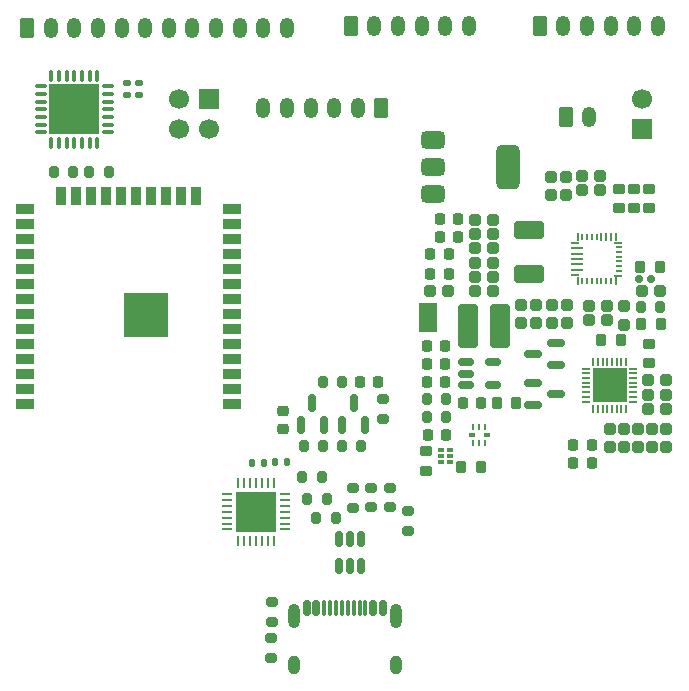
<source format=gbr>
%TF.GenerationSoftware,KiCad,Pcbnew,9.0.2-9.0.2-0~ubuntu24.04.1*%
%TF.CreationDate,2025-07-19T23:36:09+02:00*%
%TF.ProjectId,Pilot6Axis_v2,50696c6f-7436-4417-9869-735f76322e6b,rev?*%
%TF.SameCoordinates,Original*%
%TF.FileFunction,Soldermask,Top*%
%TF.FilePolarity,Negative*%
%FSLAX46Y46*%
G04 Gerber Fmt 4.6, Leading zero omitted, Abs format (unit mm)*
G04 Created by KiCad (PCBNEW 9.0.2-9.0.2-0~ubuntu24.04.1) date 2025-07-19 23:36:09*
%MOMM*%
%LPD*%
G01*
G04 APERTURE LIST*
G04 Aperture macros list*
%AMRoundRect*
0 Rectangle with rounded corners*
0 $1 Rounding radius*
0 $2 $3 $4 $5 $6 $7 $8 $9 X,Y pos of 4 corners*
0 Add a 4 corners polygon primitive as box body*
4,1,4,$2,$3,$4,$5,$6,$7,$8,$9,$2,$3,0*
0 Add four circle primitives for the rounded corners*
1,1,$1+$1,$2,$3*
1,1,$1+$1,$4,$5*
1,1,$1+$1,$6,$7*
1,1,$1+$1,$8,$9*
0 Add four rect primitives between the rounded corners*
20,1,$1+$1,$2,$3,$4,$5,0*
20,1,$1+$1,$4,$5,$6,$7,0*
20,1,$1+$1,$6,$7,$8,$9,0*
20,1,$1+$1,$8,$9,$2,$3,0*%
%AMFreePoly0*
4,1,6,1.000000,0.000000,0.500000,-0.750000,-0.500000,-0.750000,-0.500000,0.750000,0.500000,0.750000,1.000000,0.000000,1.000000,0.000000,$1*%
%AMFreePoly1*
4,1,6,0.500000,-0.750000,-0.650000,-0.750000,-0.150000,0.000000,-0.650000,0.750000,0.500000,0.750000,0.500000,-0.750000,0.500000,-0.750000,$1*%
G04 Aperture macros list end*
%ADD10R,0.750000X0.200000*%
%ADD11R,0.200000X0.750000*%
%ADD12R,2.850000X2.850000*%
%ADD13RoundRect,0.200000X0.200000X0.275000X-0.200000X0.275000X-0.200000X-0.275000X0.200000X-0.275000X0*%
%ADD14RoundRect,0.200000X-0.200000X-0.275000X0.200000X-0.275000X0.200000X0.275000X-0.200000X0.275000X0*%
%ADD15RoundRect,0.244000X-0.269000X0.244000X-0.269000X-0.244000X0.269000X-0.244000X0.269000X0.244000X0*%
%ADD16RoundRect,0.135000X-0.135000X-0.185000X0.135000X-0.185000X0.135000X0.185000X-0.135000X0.185000X0*%
%ADD17RoundRect,0.225000X-0.225000X-0.250000X0.225000X-0.250000X0.225000X0.250000X-0.225000X0.250000X0*%
%ADD18RoundRect,0.200000X0.275000X-0.200000X0.275000X0.200000X-0.275000X0.200000X-0.275000X-0.200000X0*%
%ADD19RoundRect,0.250000X-0.350000X-0.625000X0.350000X-0.625000X0.350000X0.625000X-0.350000X0.625000X0*%
%ADD20O,1.200000X1.750000*%
%ADD21RoundRect,0.244000X-0.244000X-0.269000X0.244000X-0.269000X0.244000X0.269000X-0.244000X0.269000X0*%
%ADD22RoundRect,0.150000X-0.150000X-0.500000X0.150000X-0.500000X0.150000X0.500000X-0.150000X0.500000X0*%
%ADD23RoundRect,0.075000X-0.075000X-0.575000X0.075000X-0.575000X0.075000X0.575000X-0.075000X0.575000X0*%
%ADD24O,1.000000X2.100000*%
%ADD25O,1.000000X1.600000*%
%ADD26RoundRect,0.219000X0.294000X-0.219000X0.294000X0.219000X-0.294000X0.219000X-0.294000X-0.219000X0*%
%ADD27RoundRect,0.150000X0.150000X-0.590000X0.150000X0.590000X-0.150000X0.590000X-0.150000X-0.590000X0*%
%ADD28RoundRect,0.200000X-0.275000X0.200000X-0.275000X-0.200000X0.275000X-0.200000X0.275000X0.200000X0*%
%ADD29RoundRect,0.135000X0.185000X-0.135000X0.185000X0.135000X-0.185000X0.135000X-0.185000X-0.135000X0*%
%ADD30RoundRect,0.225000X0.225000X0.250000X-0.225000X0.250000X-0.225000X-0.250000X0.225000X-0.250000X0*%
%ADD31RoundRect,0.244000X0.244000X0.269000X-0.244000X0.269000X-0.244000X-0.269000X0.244000X-0.269000X0*%
%ADD32RoundRect,0.219000X-0.294000X0.219000X-0.294000X-0.219000X0.294000X-0.219000X0.294000X0.219000X0*%
%ADD33RoundRect,0.218750X-0.218750X-0.256250X0.218750X-0.256250X0.218750X0.256250X-0.218750X0.256250X0*%
%ADD34RoundRect,0.239000X-0.274000X0.239000X-0.274000X-0.239000X0.274000X-0.239000X0.274000X0.239000X0*%
%ADD35RoundRect,0.150000X-0.512500X-0.150000X0.512500X-0.150000X0.512500X0.150000X-0.512500X0.150000X0*%
%ADD36RoundRect,0.225000X-0.250000X0.225000X-0.250000X-0.225000X0.250000X-0.225000X0.250000X0.225000X0*%
%ADD37RoundRect,0.219000X-0.219000X-0.294000X0.219000X-0.294000X0.219000X0.294000X-0.219000X0.294000X0*%
%ADD38RoundRect,0.219000X0.219000X0.294000X-0.219000X0.294000X-0.219000X-0.294000X0.219000X-0.294000X0*%
%ADD39FreePoly0,270.000000*%
%ADD40FreePoly1,270.000000*%
%ADD41RoundRect,0.159000X-0.159000X-0.189000X0.159000X-0.189000X0.159000X0.189000X-0.159000X0.189000X0*%
%ADD42RoundRect,0.250000X0.350000X0.625000X-0.350000X0.625000X-0.350000X-0.625000X0.350000X-0.625000X0*%
%ADD43RoundRect,0.075000X0.075000X-0.437500X0.075000X0.437500X-0.075000X0.437500X-0.075000X-0.437500X0*%
%ADD44RoundRect,0.075000X0.437500X-0.075000X0.437500X0.075000X-0.437500X0.075000X-0.437500X-0.075000X0*%
%ADD45R,4.250000X4.250000*%
%ADD46R,1.700000X1.700000*%
%ADD47C,1.700000*%
%ADD48R,0.490000X0.300000*%
%ADD49R,0.250000X0.550000*%
%ADD50R,0.200000X0.550000*%
%ADD51R,0.600000X0.300000*%
%ADD52R,0.200000X0.600000*%
%ADD53R,0.200000X0.700000*%
%ADD54R,0.600000X0.200000*%
%ADD55R,0.200000X0.650000*%
%ADD56R,0.200000X0.680000*%
%ADD57R,1.000000X0.200000*%
%ADD58R,0.700000X0.200000*%
%ADD59RoundRect,0.150000X0.150000X-0.512500X0.150000X0.512500X-0.150000X0.512500X-0.150000X-0.512500X0*%
%ADD60RoundRect,0.150000X0.590000X0.150000X-0.590000X0.150000X-0.590000X-0.150000X0.590000X-0.150000X0*%
%ADD61RoundRect,0.062500X0.337500X0.062500X-0.337500X0.062500X-0.337500X-0.062500X0.337500X-0.062500X0*%
%ADD62RoundRect,0.062500X0.062500X0.337500X-0.062500X0.337500X-0.062500X-0.337500X0.062500X-0.337500X0*%
%ADD63R,3.350000X3.350000*%
%ADD64RoundRect,0.250000X-0.600000X-1.600000X0.600000X-1.600000X0.600000X1.600000X-0.600000X1.600000X0*%
%ADD65RoundRect,0.250001X0.999999X-0.499999X0.999999X0.499999X-0.999999X0.499999X-0.999999X-0.499999X0*%
%ADD66R,1.500000X0.900000*%
%ADD67R,0.900000X1.500000*%
%ADD68C,0.600000*%
%ADD69R,3.800000X3.800000*%
%ADD70RoundRect,0.375000X-0.625000X-0.375000X0.625000X-0.375000X0.625000X0.375000X-0.625000X0.375000X0*%
%ADD71RoundRect,0.500000X-0.500000X-1.400000X0.500000X-1.400000X0.500000X1.400000X-0.500000X1.400000X0*%
%ADD72RoundRect,0.150000X-0.590000X-0.150000X0.590000X-0.150000X0.590000X0.150000X-0.590000X0.150000X0*%
%ADD73RoundRect,0.244000X0.269000X-0.244000X0.269000X0.244000X-0.269000X0.244000X-0.269000X-0.244000X0*%
G04 APERTURE END LIST*
%TO.C,JP1*%
G36*
X161088020Y-89177800D02*
G01*
X159588020Y-89177800D01*
X159588020Y-91627800D01*
X161088020Y-91627800D01*
X161088020Y-89177800D01*
G37*
%TD*%
D10*
%TO.C,IC2*%
X177738020Y-97502800D03*
X177738020Y-97102800D03*
X177738020Y-96702800D03*
X177738020Y-96302800D03*
X177738020Y-95902800D03*
X177738020Y-95502800D03*
X177738020Y-95102800D03*
X177738020Y-94702800D03*
D11*
X177138020Y-94102800D03*
X176738020Y-94102800D03*
X176338020Y-94102800D03*
X175938020Y-94102800D03*
X175538020Y-94102800D03*
X175138020Y-94102800D03*
X174738020Y-94102800D03*
X174338020Y-94102800D03*
D10*
X173738020Y-94702800D03*
X173738020Y-95102800D03*
X173738020Y-95502800D03*
X173738020Y-95902800D03*
X173738020Y-96302800D03*
X173738020Y-96702800D03*
X173738020Y-97102800D03*
X173738020Y-97502800D03*
D11*
X174338020Y-98102800D03*
X174738020Y-98102800D03*
X175138020Y-98102800D03*
X175538020Y-98102800D03*
X175938020Y-98102800D03*
X176338020Y-98102800D03*
X176738020Y-98102800D03*
X177138020Y-98102800D03*
D12*
X175738020Y-96102800D03*
%TD*%
D13*
%TO.C,R16*%
X151492221Y-101230800D03*
X149842221Y-101230800D03*
%TD*%
D14*
%TO.C,R23*%
X178388020Y-89502800D03*
X180038020Y-89502800D03*
%TD*%
D15*
%TO.C,C17*%
X178138020Y-99802800D03*
X178138020Y-101362800D03*
%TD*%
D14*
%TO.C,C9*%
X149716200Y-103880800D03*
X151366200Y-103880800D03*
%TD*%
%TO.C,R11*%
X151442221Y-95830800D03*
X153092221Y-95830800D03*
%TD*%
%TO.C,R3*%
X160238020Y-98802800D03*
X161888020Y-98802800D03*
%TD*%
D16*
%TO.C,R9*%
X145461201Y-102660800D03*
X146481199Y-102660800D03*
%TD*%
D17*
%TO.C,C6*%
X161336200Y-83530800D03*
X162886200Y-83530800D03*
%TD*%
D18*
%TO.C,C8*%
X147101200Y-119175800D03*
X147101200Y-117525800D03*
%TD*%
D19*
%TO.C,J9*%
X169811200Y-65730800D03*
D20*
X171811200Y-65730800D03*
X173811200Y-65730800D03*
X175811200Y-65730800D03*
X177811200Y-65730800D03*
X179811200Y-65730800D03*
%TD*%
D21*
%TO.C,C22*%
X178978020Y-98102800D03*
X180538020Y-98102800D03*
%TD*%
D13*
%TO.C,R7*%
X152536200Y-107310800D03*
X150886200Y-107310800D03*
%TD*%
D22*
%TO.C,J3*%
X150111200Y-114985800D03*
X150911200Y-114985800D03*
D23*
X152061200Y-114985801D03*
X153061200Y-114985800D03*
X153561200Y-114985800D03*
X154561200Y-114985801D03*
D22*
X155711200Y-114985800D03*
X156511200Y-114985800D03*
X156511200Y-114985800D03*
X155711200Y-114985800D03*
D23*
X155061200Y-114985800D03*
X154061200Y-114985800D03*
X152561200Y-114985800D03*
X151561200Y-114985800D03*
D22*
X150911200Y-114985800D03*
X150111200Y-114985800D03*
D24*
X148991200Y-115625800D03*
D25*
X148991200Y-119805800D03*
D24*
X157631200Y-115625800D03*
D25*
X157631200Y-119805800D03*
%TD*%
D26*
%TO.C,R26*%
X177838020Y-81142800D03*
X177838020Y-79502800D03*
%TD*%
D27*
%TO.C,Q1*%
X153117221Y-99510799D03*
X155017221Y-99510799D03*
X154067221Y-97630800D03*
%TD*%
D15*
%TO.C,C18*%
X179338020Y-99822800D03*
X179338020Y-101382800D03*
%TD*%
%TO.C,C16*%
X176938020Y-99822800D03*
X176938020Y-101382800D03*
%TD*%
D13*
%TO.C,R12*%
X154692221Y-101230800D03*
X153042221Y-101230800D03*
%TD*%
D14*
%TO.C,C44*%
X131691200Y-78050800D03*
X133341200Y-78050800D03*
%TD*%
D28*
%TO.C,R15*%
X156567221Y-97305800D03*
X156567221Y-98955800D03*
%TD*%
D29*
%TO.C,R17*%
X135901200Y-71540800D03*
X135901200Y-70520800D03*
%TD*%
D17*
%TO.C,C5*%
X160561200Y-86730800D03*
X162111200Y-86730800D03*
%TD*%
%TO.C,C1*%
X160263020Y-92802800D03*
X161813020Y-92802800D03*
%TD*%
D30*
%TO.C,C14*%
X156136200Y-95830800D03*
X154586200Y-95830800D03*
%TD*%
D31*
%TO.C,C34*%
X165871200Y-83330800D03*
X164311200Y-83330800D03*
%TD*%
D32*
%TO.C,R1*%
X160211200Y-101710800D03*
X160211200Y-103350800D03*
%TD*%
D33*
%TO.C,D1*%
X160250519Y-94302800D03*
X161825521Y-94302800D03*
%TD*%
D34*
%TO.C,D2*%
X176938020Y-89412800D03*
X176938020Y-90992800D03*
%TD*%
D14*
%TO.C,R2*%
X160238020Y-97302800D03*
X161888020Y-97302800D03*
%TD*%
D31*
%TO.C,C42*%
X174918020Y-79602800D03*
X173358020Y-79602800D03*
%TD*%
D35*
%TO.C,IC1*%
X163573700Y-94180801D03*
X163573700Y-95130800D03*
X163573700Y-96080799D03*
X165848700Y-96080799D03*
X165848700Y-94180801D03*
%TD*%
D36*
%TO.C,C13*%
X148067221Y-98255800D03*
X148067221Y-99805800D03*
%TD*%
D17*
%TO.C,C3*%
X160561200Y-85030800D03*
X162111200Y-85030800D03*
%TD*%
D21*
%TO.C,C25*%
X173958020Y-90602800D03*
X175518020Y-90602800D03*
%TD*%
D37*
%TO.C,R25*%
X178418020Y-90902800D03*
X180058020Y-90902800D03*
%TD*%
D21*
%TO.C,C21*%
X178978020Y-95702800D03*
X180538020Y-95702800D03*
%TD*%
D38*
%TO.C,R29*%
X167831200Y-97630800D03*
X166191200Y-97630800D03*
%TD*%
D31*
%TO.C,C40*%
X174918020Y-78402800D03*
X173358020Y-78402800D03*
%TD*%
D26*
%TO.C,R24*%
X179038020Y-81142800D03*
X179038020Y-79502800D03*
%TD*%
D39*
%TO.C,JP1*%
X160338020Y-89677800D03*
D40*
X160338020Y-91127800D03*
%TD*%
D37*
%TO.C,R20*%
X175018020Y-92302800D03*
X176658020Y-92302800D03*
%TD*%
D15*
%TO.C,C41*%
X168238020Y-89322800D03*
X168238020Y-90882800D03*
%TD*%
D31*
%TO.C,C31*%
X165871200Y-88130800D03*
X164311200Y-88130800D03*
%TD*%
%TO.C,C29*%
X165871200Y-84530800D03*
X164311200Y-84530800D03*
%TD*%
D41*
%TO.C,R21*%
X178263020Y-87102800D03*
X179263020Y-87102800D03*
%TD*%
D26*
%TO.C,R19*%
X179038020Y-94222800D03*
X179038020Y-92582800D03*
%TD*%
D21*
%TO.C,C39*%
X178483020Y-88102800D03*
X180043020Y-88102800D03*
%TD*%
D27*
%TO.C,Q2*%
X149617221Y-99470800D03*
X151517221Y-99470800D03*
X150567221Y-97590801D03*
%TD*%
D16*
%TO.C,R8*%
X147401201Y-102650800D03*
X148421199Y-102650800D03*
%TD*%
D17*
%TO.C,C7*%
X161361200Y-82030800D03*
X162911200Y-82030800D03*
%TD*%
D19*
%TO.C,J8*%
X126411200Y-65830800D03*
D20*
X128411200Y-65830800D03*
X130411200Y-65830800D03*
X132411200Y-65830800D03*
X134411200Y-65830800D03*
X136411200Y-65830800D03*
X138411200Y-65830800D03*
X140411200Y-65830800D03*
X142411200Y-65830800D03*
X144411200Y-65830800D03*
X146411200Y-65830800D03*
X148411200Y-65830800D03*
%TD*%
D31*
%TO.C,C30*%
X165871200Y-82130800D03*
X164311200Y-82130800D03*
%TD*%
D21*
%TO.C,C26*%
X173958020Y-89402800D03*
X175518020Y-89402800D03*
%TD*%
D42*
%TO.C,J4*%
X156411200Y-72680800D03*
D20*
X154411200Y-72680800D03*
X152411200Y-72680800D03*
X150411200Y-72680800D03*
X148411200Y-72680800D03*
X146411200Y-72680800D03*
%TD*%
D29*
%TO.C,R18*%
X134911200Y-71540800D03*
X134911200Y-70520800D03*
%TD*%
D37*
%TO.C,R22*%
X178343020Y-86102800D03*
X179983020Y-86102800D03*
%TD*%
D43*
%TO.C,U14*%
X128461200Y-75588300D03*
X129111200Y-75588300D03*
X129761200Y-75588300D03*
X130411200Y-75588300D03*
X131061200Y-75588300D03*
X131711200Y-75588300D03*
X132361200Y-75588300D03*
D44*
X133248700Y-74700800D03*
X133248700Y-74050800D03*
X133248700Y-73400800D03*
X133248700Y-72750800D03*
X133248700Y-72100800D03*
X133248700Y-71450800D03*
X133248700Y-70800800D03*
D43*
X132361200Y-69913300D03*
X131711200Y-69913300D03*
X131061200Y-69913300D03*
X130411200Y-69913300D03*
X129761200Y-69913300D03*
X129111200Y-69913300D03*
X128461200Y-69913300D03*
D44*
X127573700Y-70800800D03*
X127573700Y-71450800D03*
X127573700Y-72100800D03*
X127573700Y-72750800D03*
X127573700Y-73400800D03*
X127573700Y-74050800D03*
X127573700Y-74700800D03*
D45*
X130411200Y-72750800D03*
%TD*%
D13*
%TO.C,R6*%
X151796200Y-105760800D03*
X150146200Y-105760800D03*
%TD*%
D15*
%TO.C,C43*%
X172138020Y-89322800D03*
X172138020Y-90882800D03*
%TD*%
D17*
%TO.C,C46*%
X160336200Y-100330800D03*
X161886200Y-100330800D03*
%TD*%
D46*
%TO.C,TH1*%
X178511200Y-74405800D03*
D47*
X178511200Y-71865800D03*
%TD*%
D48*
%TO.C,IC4*%
X162196200Y-102630800D03*
X162196200Y-102130800D03*
X162196200Y-101630800D03*
X161426200Y-101630800D03*
X161426200Y-102130800D03*
X161426200Y-102630800D03*
%TD*%
D49*
%TO.C,IC5*%
X165211200Y-99680800D03*
D50*
X164711200Y-99680800D03*
D49*
X164211200Y-99680800D03*
D51*
X164061200Y-100355800D03*
D49*
X164211200Y-101030800D03*
D50*
X164711200Y-101030800D03*
D49*
X165211200Y-101030800D03*
D51*
X165361200Y-100355800D03*
%TD*%
D11*
%TO.C,IC3*%
X173038020Y-87252800D03*
D52*
X173438020Y-87327800D03*
X173838020Y-87327800D03*
X174238020Y-87327800D03*
X174638020Y-87327800D03*
X175038020Y-87327800D03*
X175438020Y-87327800D03*
X175838020Y-87327800D03*
D53*
X176238020Y-87277800D03*
D54*
X176538020Y-86427800D03*
X176538020Y-86027800D03*
X176538020Y-85627800D03*
X176538020Y-85227800D03*
X176538020Y-84827800D03*
X176538020Y-84427800D03*
D53*
X176238020Y-83574800D03*
X175838020Y-83577800D03*
D55*
X175438020Y-83552800D03*
D56*
X175038020Y-83567800D03*
D52*
X174638020Y-83527800D03*
X174238020Y-83527800D03*
X173838020Y-83527800D03*
X173438020Y-83527800D03*
D11*
X173038020Y-83602800D03*
D57*
X172938020Y-84527800D03*
X172938020Y-84977800D03*
X172938020Y-85427800D03*
X172938020Y-85877800D03*
X172938020Y-86327800D03*
D58*
X172788020Y-86777800D03*
X176488020Y-86827800D03*
X176488020Y-84027800D03*
X172788020Y-84077800D03*
%TD*%
D59*
%TO.C,U2*%
X152811202Y-111408300D03*
X153761201Y-111408300D03*
X154711200Y-111408300D03*
X154711200Y-109133300D03*
X153761201Y-109133300D03*
X152811202Y-109133300D03*
%TD*%
D31*
%TO.C,C33*%
X165871200Y-85730800D03*
X164311200Y-85730800D03*
%TD*%
D60*
%TO.C,Q4*%
X171168020Y-94422800D03*
X171168020Y-92522800D03*
X169288020Y-93472800D03*
%TD*%
D61*
%TO.C,U3*%
X148231200Y-108320800D03*
X148231200Y-107820800D03*
X148231200Y-107320800D03*
X148231201Y-106820800D03*
X148231200Y-106320800D03*
X148231200Y-105820800D03*
X148231200Y-105320800D03*
D62*
X147281200Y-104370800D03*
X146781200Y-104370800D03*
X146281200Y-104370800D03*
X145781200Y-104370799D03*
X145281200Y-104370800D03*
X144781200Y-104370800D03*
X144281200Y-104370800D03*
D61*
X143331200Y-105320800D03*
X143331200Y-105820800D03*
X143331200Y-106320800D03*
X143331199Y-106820800D03*
X143331200Y-107320800D03*
X143331200Y-107820800D03*
X143331200Y-108320800D03*
D62*
X144281200Y-109270800D03*
X144781200Y-109270800D03*
X145281200Y-109270800D03*
X145781200Y-109270801D03*
X146281200Y-109270800D03*
X146781200Y-109270800D03*
X147281200Y-109270800D03*
D63*
X145781200Y-106820800D03*
%TD*%
D64*
%TO.C,L1*%
X163761200Y-91130800D03*
X166461200Y-91130800D03*
%TD*%
D31*
%TO.C,C32*%
X165871200Y-86930800D03*
X164311200Y-86930800D03*
%TD*%
D15*
%TO.C,C19*%
X180538020Y-99822800D03*
X180538020Y-101382800D03*
%TD*%
D65*
%TO.C,L2*%
X168938020Y-86652800D03*
X168938020Y-82952800D03*
%TD*%
D66*
%TO.C,U4*%
X143761200Y-97695800D03*
X143761200Y-96425800D03*
X143761200Y-95155800D03*
X143761200Y-93885800D03*
X143761200Y-92615800D03*
X143761200Y-91345800D03*
X143761200Y-90075800D03*
X143761200Y-88805800D03*
X143761200Y-87535800D03*
X143761200Y-86265800D03*
X143761200Y-84995800D03*
X143761200Y-83725800D03*
X143761200Y-82455800D03*
X143761200Y-81185800D03*
D67*
X140726200Y-80090800D03*
X139456200Y-80090800D03*
X138186200Y-80090801D03*
X136916200Y-80090800D03*
X135646200Y-80090800D03*
X134376200Y-80090800D03*
X133106200Y-80090800D03*
X131836200Y-80090801D03*
X130566200Y-80090800D03*
X129296200Y-80090800D03*
D66*
X126261200Y-81185800D03*
X126261200Y-82455800D03*
X126261200Y-83725800D03*
X126261200Y-84995800D03*
X126261200Y-86265800D03*
X126261200Y-87535800D03*
X126261200Y-88805800D03*
X126261200Y-90075800D03*
X126261200Y-91345800D03*
X126261200Y-92615800D03*
X126261200Y-93885800D03*
X126261200Y-95155800D03*
X126261200Y-96425800D03*
X126261200Y-97695800D03*
D68*
X137911200Y-90830800D03*
X137911200Y-89430800D03*
X137211200Y-91530800D03*
X137211200Y-90130800D03*
X137211200Y-88730800D03*
X136511200Y-90830800D03*
D69*
X136511200Y-90130800D03*
D68*
X136511200Y-89430800D03*
X135811200Y-91530800D03*
X135811200Y-90130800D03*
X135811200Y-88730800D03*
X135111200Y-90830800D03*
X135111200Y-89430800D03*
%TD*%
D21*
%TO.C,C20*%
X178978020Y-96902800D03*
X180538020Y-96902800D03*
%TD*%
D30*
%TO.C,C47*%
X164886200Y-97630800D03*
X163336200Y-97630800D03*
%TD*%
D15*
%TO.C,C38*%
X169538020Y-89322800D03*
X169538020Y-90882800D03*
%TD*%
D19*
%TO.C,J1*%
X172011200Y-73430800D03*
D20*
X174011200Y-73430800D03*
%TD*%
D37*
%TO.C,R4*%
X163191200Y-103030800D03*
X164831200Y-103030800D03*
%TD*%
D15*
%TO.C,C37*%
X170838020Y-89322800D03*
X170838020Y-90882800D03*
%TD*%
D26*
%TO.C,R27*%
X176538020Y-81122800D03*
X176538020Y-79482800D03*
%TD*%
D28*
%TO.C,C12*%
X154001200Y-104825800D03*
X154001200Y-106475800D03*
%TD*%
D21*
%TO.C,C2*%
X160531200Y-88130800D03*
X162091200Y-88130800D03*
%TD*%
D70*
%TO.C,U1*%
X160811200Y-75330800D03*
X160811201Y-77630800D03*
D71*
X167111199Y-77630800D03*
D70*
X160811200Y-79930800D03*
%TD*%
D18*
%TO.C,R5*%
X147121200Y-116135800D03*
X147121200Y-114485800D03*
%TD*%
D15*
%TO.C,C15*%
X175738020Y-99822800D03*
X175738020Y-101382800D03*
%TD*%
D72*
%TO.C,Q3*%
X169288020Y-95922800D03*
X169288020Y-97822800D03*
X171168020Y-96872800D03*
%TD*%
D30*
%TO.C,C23*%
X174213020Y-102702800D03*
X172663020Y-102702800D03*
%TD*%
D28*
%TO.C,C10*%
X158672400Y-106776600D03*
X158672400Y-108426600D03*
%TD*%
%TO.C,R10*%
X157111200Y-104775800D03*
X157111200Y-106425800D03*
%TD*%
D30*
%TO.C,C24*%
X174213020Y-101202800D03*
X172663020Y-101202800D03*
%TD*%
D73*
%TO.C,C36*%
X170811200Y-80010800D03*
X170811200Y-78450800D03*
%TD*%
D13*
%TO.C,C45*%
X130341200Y-78050800D03*
X128691200Y-78050800D03*
%TD*%
D30*
%TO.C,C4*%
X161813020Y-95802800D03*
X160263020Y-95802800D03*
%TD*%
D28*
%TO.C,C11*%
X155571200Y-104785800D03*
X155571200Y-106435800D03*
%TD*%
D19*
%TO.C,J10*%
X153811200Y-65730800D03*
D20*
X155811200Y-65730800D03*
X157811200Y-65730800D03*
X159811200Y-65730800D03*
X161811200Y-65730800D03*
X163811200Y-65730800D03*
%TD*%
D73*
%TO.C,C35*%
X172011200Y-80010800D03*
X172011200Y-78450800D03*
%TD*%
D46*
%TO.C,J6*%
X141831200Y-71900800D03*
D47*
X139291200Y-71900800D03*
X141831200Y-74440800D03*
X139291200Y-74440800D03*
%TD*%
M02*

</source>
